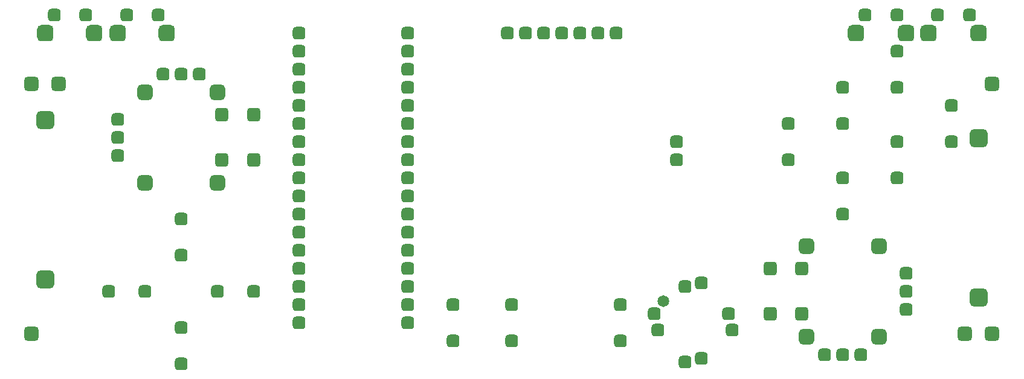
<source format=gbr>
%TF.GenerationSoftware,KiCad,Pcbnew,7.0.2*%
%TF.CreationDate,2024-04-24T22:24:52-04:00*%
%TF.ProjectId,MK2_1,4d4b325f-312e-46b6-9963-61645f706362,1*%
%TF.SameCoordinates,Original*%
%TF.FileFunction,Soldermask,Bot*%
%TF.FilePolarity,Negative*%
%FSLAX45Y45*%
G04 Gerber Fmt 4.5, Leading zero omitted, Abs format (unit mm)*
G04 Created by KiCad (PCBNEW 7.0.2) date 2024-04-24 22:24:52*
%MOMM*%
%LPD*%
G01*
G04 APERTURE LIST*
G04 Aperture macros list*
%AMRoundRect*
0 Rectangle with rounded corners*
0 $1 Rounding radius*
0 $2 $3 $4 $5 $6 $7 $8 $9 X,Y pos of 4 corners*
0 Add a 4 corners polygon primitive as box body*
4,1,4,$2,$3,$4,$5,$6,$7,$8,$9,$2,$3,0*
0 Add four circle primitives for the rounded corners*
1,1,$1+$1,$2,$3*
1,1,$1+$1,$4,$5*
1,1,$1+$1,$6,$7*
1,1,$1+$1,$8,$9*
0 Add four rect primitives between the rounded corners*
20,1,$1+$1,$2,$3,$4,$5,0*
20,1,$1+$1,$4,$5,$6,$7,0*
20,1,$1+$1,$6,$7,$8,$9,0*
20,1,$1+$1,$8,$9,$2,$3,0*%
G04 Aperture macros list end*
%ADD10RoundRect,0.571500X0.571500X-0.571500X0.571500X0.571500X-0.571500X0.571500X-0.571500X-0.571500X0*%
%ADD11RoundRect,0.444500X-0.444500X-0.444500X0.444500X-0.444500X0.444500X0.444500X-0.444500X0.444500X0*%
%ADD12RoundRect,0.444500X0.444500X-0.444500X0.444500X0.444500X-0.444500X0.444500X-0.444500X-0.444500X0*%
%ADD13RoundRect,0.508000X-0.508000X-0.508000X0.508000X-0.508000X0.508000X0.508000X-0.508000X0.508000X0*%
%ADD14RoundRect,0.539750X-0.539750X-0.539750X0.539750X-0.539750X0.539750X0.539750X-0.539750X0.539750X0*%
%ADD15RoundRect,0.476250X-0.476250X-0.476250X0.476250X-0.476250X0.476250X0.476250X-0.476250X0.476250X0*%
%ADD16RoundRect,0.635000X-0.635000X-0.635000X0.635000X-0.635000X0.635000X0.635000X-0.635000X0.635000X0*%
%ADD17RoundRect,0.508000X-0.508000X0.508000X-0.508000X-0.508000X0.508000X-0.508000X0.508000X0.508000X0*%
%ADD18RoundRect,0.508000X0.508000X0.508000X-0.508000X0.508000X-0.508000X-0.508000X0.508000X-0.508000X0*%
%ADD19RoundRect,0.635000X0.635000X0.635000X-0.635000X0.635000X-0.635000X-0.635000X0.635000X-0.635000X0*%
%ADD20RoundRect,0.444500X0.444500X0.444500X-0.444500X0.444500X-0.444500X-0.444500X0.444500X-0.444500X0*%
%ADD21RoundRect,0.508000X0.508000X-0.508000X0.508000X0.508000X-0.508000X0.508000X-0.508000X-0.508000X0*%
%ADD22RoundRect,0.444500X-0.444500X0.444500X-0.444500X-0.444500X0.444500X-0.444500X0.444500X0.444500X0*%
%ADD23C,1.651000*%
G04 APERTURE END LIST*
D10*
%TO.C,G0*%
X5461000Y-2794000D03*
%TD*%
%TO.C,G0*%
X15811500Y-2794000D03*
%TD*%
D11*
%TO.C,AM0*%
X8001000Y-3048000D03*
X8001000Y-5588000D03*
X8001000Y-3556000D03*
X8001000Y-3810000D03*
X8001000Y-4064000D03*
X8001000Y-4318000D03*
X8001000Y-4572000D03*
X8001000Y-4826000D03*
X8001000Y-3302000D03*
X8001000Y-6604000D03*
X9525000Y-5334000D03*
X9525000Y-5080000D03*
X9525000Y-4826000D03*
X9525000Y-4572000D03*
X9525000Y-4318000D03*
X9525000Y-4064000D03*
X9525000Y-3810000D03*
X9525000Y-3556000D03*
X9525000Y-3302000D03*
X9525000Y-3048000D03*
X9525000Y-2794000D03*
X8001000Y-2794000D03*
X9525000Y-6858000D03*
X9525000Y-6604000D03*
X8001000Y-6096000D03*
D12*
X9525000Y-5588000D03*
D11*
X8001000Y-5080000D03*
X8001000Y-5334000D03*
X8001000Y-5842000D03*
X9525000Y-5842000D03*
D12*
X9525000Y-6096000D03*
D11*
X8001000Y-6858000D03*
X9525000Y-6350000D03*
X8001000Y-6350000D03*
%TD*%
D13*
%TO.C,P0*%
X4635500Y-3505200D03*
%TD*%
D14*
%TO.C,G0*%
X16129000Y-5778500D03*
%TD*%
%TO.C,G0*%
X6858000Y-4889500D03*
%TD*%
D12*
%TO.C,P0*%
X5461000Y-4000500D03*
%TD*%
%TO.C,P0*%
X12446000Y-2794000D03*
%TD*%
D15*
%TO.C,P0*%
X14605000Y-6096000D03*
%TD*%
D12*
%TO.C,P0*%
X13411200Y-7404100D03*
%TD*%
D11*
%TO.C,B0*%
X6350000Y-5397500D03*
X6350000Y-5905500D03*
%TD*%
%TO.C,B0*%
X12509500Y-6604000D03*
X12509500Y-7112000D03*
%TD*%
D12*
%TO.C,P0*%
X13296900Y-4572000D03*
%TD*%
D16*
%TO.C,G0*%
X4445000Y-6248400D03*
%TD*%
%TO.C,G0*%
X4445000Y-4013200D03*
%TD*%
D17*
%TO.C,P0*%
X17716500Y-7010400D03*
%TD*%
D18*
%TO.C,P0*%
X17335500Y-7010400D03*
%TD*%
%TO.C,P0*%
X17716500Y-3505200D03*
%TD*%
D19*
%TO.C,G0*%
X17526000Y-6502400D03*
%TD*%
%TO.C,G0*%
X17526000Y-4267200D03*
%TD*%
D20*
%TO.C,B0*%
X15621000Y-5334000D03*
X15621000Y-4826000D03*
%TD*%
D12*
%TO.C,P0*%
X11938000Y-2794000D03*
%TD*%
D15*
%TO.C,P0*%
X7366000Y-3937000D03*
%TD*%
D12*
%TO.C,P0*%
X5461000Y-4254500D03*
%TD*%
D15*
%TO.C,P0*%
X6921500Y-4572000D03*
%TD*%
D11*
%TO.C,B0*%
X16383000Y-4318000D03*
X16383000Y-4826000D03*
%TD*%
D15*
%TO.C,P0*%
X14605000Y-6731000D03*
%TD*%
D12*
%TO.C,P0*%
X13639800Y-7353300D03*
%TD*%
D15*
%TO.C,P0*%
X7366000Y-4572000D03*
%TD*%
D11*
%TO.C,B0*%
X10160000Y-6604000D03*
X10160000Y-7112000D03*
%TD*%
D12*
%TO.C,P0*%
X13030200Y-6959600D03*
%TD*%
D15*
%TO.C,P0*%
X15049500Y-6731000D03*
%TD*%
D12*
%TO.C,P0*%
X5588000Y-2540000D03*
%TD*%
%TO.C,P0*%
X11430000Y-2794000D03*
%TD*%
%TO.C,P0*%
X16510000Y-6667500D03*
%TD*%
%TO.C,P0*%
X6032500Y-2540000D03*
%TD*%
D13*
%TO.C,P0*%
X4254500Y-7010400D03*
%TD*%
D11*
%TO.C,B0*%
X17145000Y-3810000D03*
X17145000Y-4318000D03*
%TD*%
D20*
%TO.C,B0*%
X6350000Y-7429500D03*
X6350000Y-6921500D03*
%TD*%
D12*
%TO.C,P0*%
X12979400Y-6731000D03*
%TD*%
%TO.C,P0*%
X11176000Y-2794000D03*
%TD*%
D15*
%TO.C,P0*%
X15049500Y-6096000D03*
%TD*%
D12*
%TO.C,P0*%
X6350000Y-3365500D03*
%TD*%
%TO.C,P0*%
X16383000Y-2540000D03*
%TD*%
%TO.C,P0*%
X14071600Y-6959600D03*
%TD*%
%TO.C,P0*%
X15621000Y-7302500D03*
%TD*%
%TO.C,P0*%
X11684000Y-2794000D03*
%TD*%
D14*
%TO.C,G0*%
X15113000Y-5778500D03*
%TD*%
D12*
%TO.C,P0*%
X16954500Y-2540000D03*
%TD*%
D10*
%TO.C,G0*%
X16827500Y-2794000D03*
%TD*%
D12*
%TO.C,P0*%
X15367000Y-7302500D03*
%TD*%
D14*
%TO.C,G0*%
X15113000Y-7048500D03*
%TD*%
D10*
%TO.C,G0*%
X17526000Y-2794000D03*
%TD*%
%TO.C,G0*%
X4445000Y-2794000D03*
%TD*%
D12*
%TO.C,P0*%
X5461000Y-4508500D03*
%TD*%
%TO.C,P0*%
X17399000Y-2540000D03*
%TD*%
D11*
%TO.C,B0*%
X14859000Y-4064000D03*
X14859000Y-4572000D03*
%TD*%
%TO.C,B0*%
X15621000Y-3556000D03*
X15621000Y-4064000D03*
%TD*%
D12*
%TO.C,P0*%
X15938500Y-2540000D03*
%TD*%
D15*
%TO.C,P0*%
X6921500Y-3937000D03*
%TD*%
D12*
%TO.C,P0*%
X14020800Y-6731000D03*
%TD*%
D14*
%TO.C,G0*%
X5842000Y-4889500D03*
%TD*%
D10*
%TO.C,G0*%
X6146800Y-2794000D03*
%TD*%
D12*
%TO.C,P0*%
X4572000Y-2540000D03*
%TD*%
D11*
%TO.C,B0*%
X16383000Y-3048000D03*
X16383000Y-3556000D03*
%TD*%
D14*
%TO.C,G0*%
X16129000Y-7048500D03*
%TD*%
D12*
%TO.C,P0*%
X6096000Y-3365500D03*
%TD*%
%TO.C,P0*%
X13639800Y-6299200D03*
%TD*%
%TO.C,P0*%
X5016500Y-2540000D03*
%TD*%
D21*
%TO.C,P0*%
X4254500Y-3505200D03*
%TD*%
D12*
%TO.C,P0*%
X13296900Y-4318000D03*
%TD*%
%TO.C,P0*%
X10922000Y-2794000D03*
%TD*%
%TO.C,P0*%
X6604000Y-3365500D03*
%TD*%
%TO.C,P0*%
X16510000Y-6413500D03*
%TD*%
%TO.C,B0*%
X5334000Y-6413500D03*
X5842000Y-6413500D03*
%TD*%
D14*
%TO.C,G0*%
X6858000Y-3619500D03*
%TD*%
D12*
%TO.C,P0*%
X12192000Y-2794000D03*
%TD*%
%TO.C,P0*%
X13411200Y-6350000D03*
%TD*%
%TO.C,P0*%
X16510000Y-6159500D03*
%TD*%
D22*
%TO.C,B0*%
X7366000Y-6413500D03*
X6858000Y-6413500D03*
%TD*%
D10*
%TO.C,G0*%
X16510000Y-2794000D03*
%TD*%
%TO.C,G0*%
X5130800Y-2794000D03*
%TD*%
D23*
%TO.C,P0*%
X13106400Y-6553200D03*
%TD*%
D12*
%TO.C,P0*%
X15875000Y-7302500D03*
%TD*%
D11*
%TO.C,B0*%
X10985500Y-6604000D03*
X10985500Y-7112000D03*
%TD*%
D14*
%TO.C,G0*%
X5842000Y-3619500D03*
%TD*%
M02*

</source>
